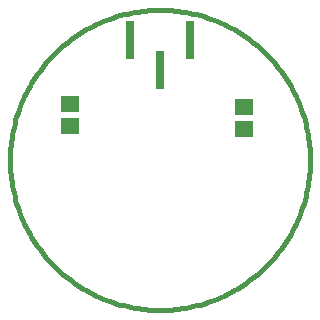
<source format=gbs>
G75*
%MOIN*%
%OFA0B0*%
%FSLAX25Y25*%
%IPPOS*%
%LPD*%
%AMOC8*
5,1,8,0,0,1.08239X$1,22.5*
%
%ADD10C,0.01600*%
%ADD11R,0.06306X0.05518*%
%ADD12R,0.03100X0.13000*%
D10*
X0046300Y0091300D02*
X0046315Y0092527D01*
X0046360Y0093753D01*
X0046435Y0094978D01*
X0046541Y0096201D01*
X0046676Y0097421D01*
X0046841Y0098637D01*
X0047036Y0099848D01*
X0047261Y0101055D01*
X0047515Y0102255D01*
X0047798Y0103449D01*
X0048111Y0104636D01*
X0048453Y0105814D01*
X0048824Y0106984D01*
X0049223Y0108144D01*
X0049650Y0109295D01*
X0050106Y0110434D01*
X0050590Y0111562D01*
X0051101Y0112678D01*
X0051639Y0113781D01*
X0052204Y0114870D01*
X0052796Y0115945D01*
X0053414Y0117005D01*
X0054057Y0118050D01*
X0054727Y0119079D01*
X0055421Y0120090D01*
X0056140Y0121085D01*
X0056883Y0122062D01*
X0057649Y0123020D01*
X0058440Y0123959D01*
X0059252Y0124878D01*
X0060088Y0125777D01*
X0060945Y0126655D01*
X0061823Y0127512D01*
X0062722Y0128348D01*
X0063641Y0129160D01*
X0064580Y0129951D01*
X0065538Y0130717D01*
X0066515Y0131460D01*
X0067510Y0132179D01*
X0068521Y0132873D01*
X0069550Y0133543D01*
X0070595Y0134186D01*
X0071655Y0134804D01*
X0072730Y0135396D01*
X0073819Y0135961D01*
X0074922Y0136499D01*
X0076038Y0137010D01*
X0077166Y0137494D01*
X0078305Y0137950D01*
X0079456Y0138377D01*
X0080616Y0138776D01*
X0081786Y0139147D01*
X0082964Y0139489D01*
X0084151Y0139802D01*
X0085345Y0140085D01*
X0086545Y0140339D01*
X0087752Y0140564D01*
X0088963Y0140759D01*
X0090179Y0140924D01*
X0091399Y0141059D01*
X0092622Y0141165D01*
X0093847Y0141240D01*
X0095073Y0141285D01*
X0096300Y0141300D01*
X0097527Y0141285D01*
X0098753Y0141240D01*
X0099978Y0141165D01*
X0101201Y0141059D01*
X0102421Y0140924D01*
X0103637Y0140759D01*
X0104848Y0140564D01*
X0106055Y0140339D01*
X0107255Y0140085D01*
X0108449Y0139802D01*
X0109636Y0139489D01*
X0110814Y0139147D01*
X0111984Y0138776D01*
X0113144Y0138377D01*
X0114295Y0137950D01*
X0115434Y0137494D01*
X0116562Y0137010D01*
X0117678Y0136499D01*
X0118781Y0135961D01*
X0119870Y0135396D01*
X0120945Y0134804D01*
X0122005Y0134186D01*
X0123050Y0133543D01*
X0124079Y0132873D01*
X0125090Y0132179D01*
X0126085Y0131460D01*
X0127062Y0130717D01*
X0128020Y0129951D01*
X0128959Y0129160D01*
X0129878Y0128348D01*
X0130777Y0127512D01*
X0131655Y0126655D01*
X0132512Y0125777D01*
X0133348Y0124878D01*
X0134160Y0123959D01*
X0134951Y0123020D01*
X0135717Y0122062D01*
X0136460Y0121085D01*
X0137179Y0120090D01*
X0137873Y0119079D01*
X0138543Y0118050D01*
X0139186Y0117005D01*
X0139804Y0115945D01*
X0140396Y0114870D01*
X0140961Y0113781D01*
X0141499Y0112678D01*
X0142010Y0111562D01*
X0142494Y0110434D01*
X0142950Y0109295D01*
X0143377Y0108144D01*
X0143776Y0106984D01*
X0144147Y0105814D01*
X0144489Y0104636D01*
X0144802Y0103449D01*
X0145085Y0102255D01*
X0145339Y0101055D01*
X0145564Y0099848D01*
X0145759Y0098637D01*
X0145924Y0097421D01*
X0146059Y0096201D01*
X0146165Y0094978D01*
X0146240Y0093753D01*
X0146285Y0092527D01*
X0146300Y0091300D01*
X0146285Y0090073D01*
X0146240Y0088847D01*
X0146165Y0087622D01*
X0146059Y0086399D01*
X0145924Y0085179D01*
X0145759Y0083963D01*
X0145564Y0082752D01*
X0145339Y0081545D01*
X0145085Y0080345D01*
X0144802Y0079151D01*
X0144489Y0077964D01*
X0144147Y0076786D01*
X0143776Y0075616D01*
X0143377Y0074456D01*
X0142950Y0073305D01*
X0142494Y0072166D01*
X0142010Y0071038D01*
X0141499Y0069922D01*
X0140961Y0068819D01*
X0140396Y0067730D01*
X0139804Y0066655D01*
X0139186Y0065595D01*
X0138543Y0064550D01*
X0137873Y0063521D01*
X0137179Y0062510D01*
X0136460Y0061515D01*
X0135717Y0060538D01*
X0134951Y0059580D01*
X0134160Y0058641D01*
X0133348Y0057722D01*
X0132512Y0056823D01*
X0131655Y0055945D01*
X0130777Y0055088D01*
X0129878Y0054252D01*
X0128959Y0053440D01*
X0128020Y0052649D01*
X0127062Y0051883D01*
X0126085Y0051140D01*
X0125090Y0050421D01*
X0124079Y0049727D01*
X0123050Y0049057D01*
X0122005Y0048414D01*
X0120945Y0047796D01*
X0119870Y0047204D01*
X0118781Y0046639D01*
X0117678Y0046101D01*
X0116562Y0045590D01*
X0115434Y0045106D01*
X0114295Y0044650D01*
X0113144Y0044223D01*
X0111984Y0043824D01*
X0110814Y0043453D01*
X0109636Y0043111D01*
X0108449Y0042798D01*
X0107255Y0042515D01*
X0106055Y0042261D01*
X0104848Y0042036D01*
X0103637Y0041841D01*
X0102421Y0041676D01*
X0101201Y0041541D01*
X0099978Y0041435D01*
X0098753Y0041360D01*
X0097527Y0041315D01*
X0096300Y0041300D01*
X0095073Y0041315D01*
X0093847Y0041360D01*
X0092622Y0041435D01*
X0091399Y0041541D01*
X0090179Y0041676D01*
X0088963Y0041841D01*
X0087752Y0042036D01*
X0086545Y0042261D01*
X0085345Y0042515D01*
X0084151Y0042798D01*
X0082964Y0043111D01*
X0081786Y0043453D01*
X0080616Y0043824D01*
X0079456Y0044223D01*
X0078305Y0044650D01*
X0077166Y0045106D01*
X0076038Y0045590D01*
X0074922Y0046101D01*
X0073819Y0046639D01*
X0072730Y0047204D01*
X0071655Y0047796D01*
X0070595Y0048414D01*
X0069550Y0049057D01*
X0068521Y0049727D01*
X0067510Y0050421D01*
X0066515Y0051140D01*
X0065538Y0051883D01*
X0064580Y0052649D01*
X0063641Y0053440D01*
X0062722Y0054252D01*
X0061823Y0055088D01*
X0060945Y0055945D01*
X0060088Y0056823D01*
X0059252Y0057722D01*
X0058440Y0058641D01*
X0057649Y0059580D01*
X0056883Y0060538D01*
X0056140Y0061515D01*
X0055421Y0062510D01*
X0054727Y0063521D01*
X0054057Y0064550D01*
X0053414Y0065595D01*
X0052796Y0066655D01*
X0052204Y0067730D01*
X0051639Y0068819D01*
X0051101Y0069922D01*
X0050590Y0071038D01*
X0050106Y0072166D01*
X0049650Y0073305D01*
X0049223Y0074456D01*
X0048824Y0075616D01*
X0048453Y0076786D01*
X0048111Y0077964D01*
X0047798Y0079151D01*
X0047515Y0080345D01*
X0047261Y0081545D01*
X0047036Y0082752D01*
X0046841Y0083963D01*
X0046676Y0085179D01*
X0046541Y0086399D01*
X0046435Y0087622D01*
X0046360Y0088847D01*
X0046315Y0090073D01*
X0046300Y0091300D01*
D11*
X0066300Y0102560D03*
X0066300Y0110040D03*
X0124300Y0109040D03*
X0124300Y0101560D03*
D12*
X0096300Y0121200D03*
X0086300Y0131400D03*
X0106300Y0131400D03*
M02*

</source>
